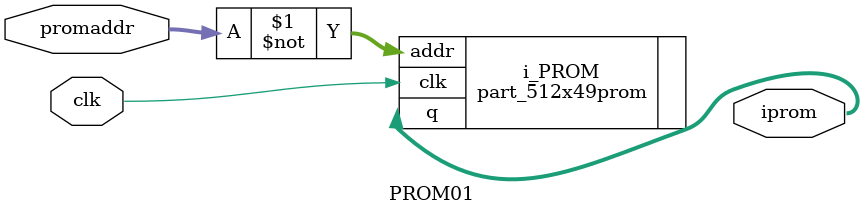
<source format=v>

module PROM01(clk, promaddr, iprom);

   input clk;

   input [8:0] promaddr;
   output [48:0] iprom;

   ////////////////////////////////////////////////////////////////////////////////

   part_512x49prom i_PROM(
			  .clk(clk),
			  .addr(~promaddr),
			  .q(iprom)
			  );

endmodule

</source>
